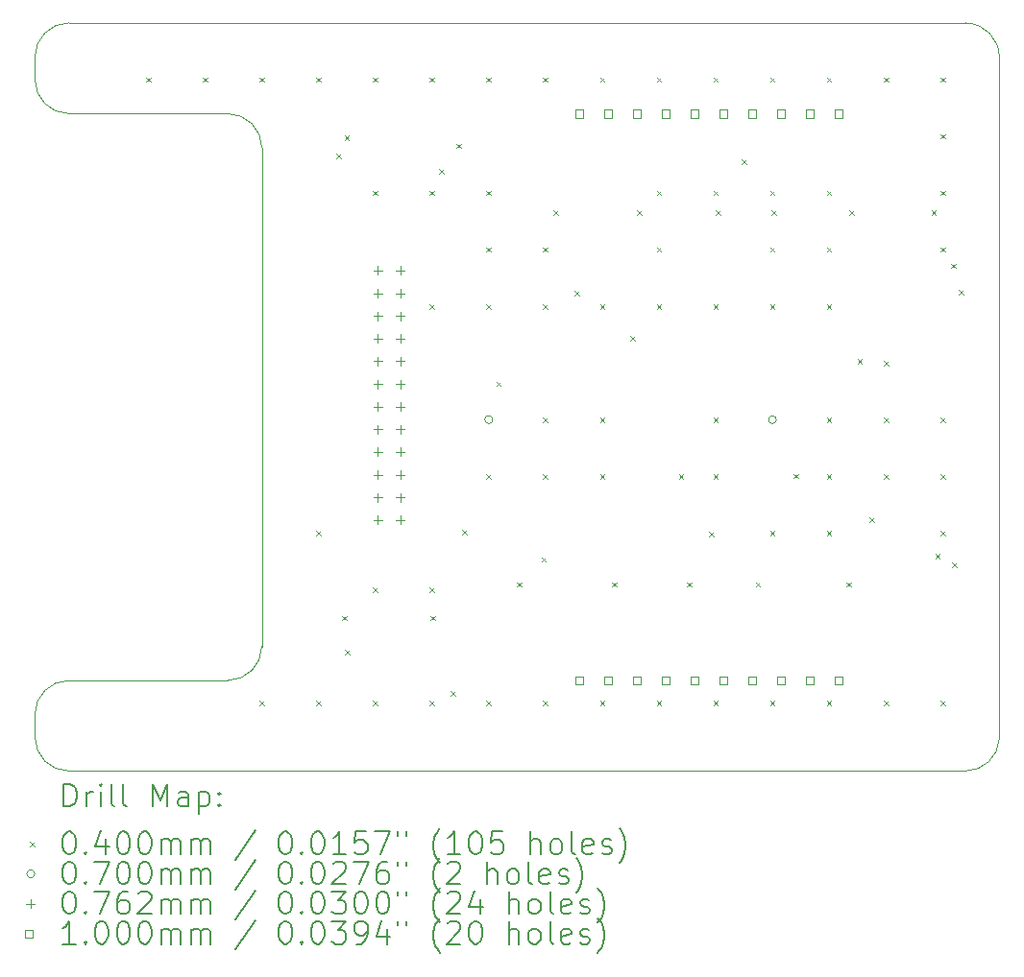
<source format=gbr>
%TF.GenerationSoftware,KiCad,Pcbnew,(6.0.9)*%
%TF.CreationDate,2022-12-06T23:55:57-06:00*%
%TF.ProjectId,BPS-MinionShield,4250532d-4d69-46e6-996f-6e536869656c,rev?*%
%TF.SameCoordinates,Original*%
%TF.FileFunction,Drillmap*%
%TF.FilePolarity,Positive*%
%FSLAX45Y45*%
G04 Gerber Fmt 4.5, Leading zero omitted, Abs format (unit mm)*
G04 Created by KiCad (PCBNEW (6.0.9)) date 2022-12-06 23:55:57*
%MOMM*%
%LPD*%
G01*
G04 APERTURE LIST*
%ADD10C,0.050000*%
%ADD11C,0.200000*%
%ADD12C,0.040000*%
%ADD13C,0.070000*%
%ADD14C,0.076200*%
%ADD15C,0.100000*%
G04 APERTURE END LIST*
D10*
X11700000Y-12800000D02*
G75*
G03*
X12000000Y-12500000I0J300000D01*
G01*
X10300000Y-12800000D02*
X11700000Y-12800000D01*
X10000000Y-7500000D02*
G75*
G03*
X10300000Y-7800000I300000J0D01*
G01*
X10000000Y-13300000D02*
G75*
G03*
X10300000Y-13600000I300000J0D01*
G01*
X12000000Y-8100000D02*
X12000000Y-12500000D01*
X10300000Y-7000000D02*
G75*
G03*
X10000000Y-7300000I0J-300000D01*
G01*
X10000000Y-13300000D02*
X10000000Y-13100000D01*
X10300000Y-7800000D02*
X11700000Y-7800000D01*
X18500003Y-7315000D02*
G75*
G03*
X18200000Y-7000000I-300003J14640D01*
G01*
X18500000Y-7315000D02*
X18500000Y-13315000D01*
X10000000Y-7300000D02*
X10000000Y-7500000D01*
X18200000Y-13600000D02*
X10300000Y-13600000D01*
X10300000Y-7000000D02*
X18200000Y-7000000D01*
X10300000Y-12800000D02*
G75*
G03*
X10000000Y-13100000I0J-300000D01*
G01*
X12000000Y-8100000D02*
G75*
G03*
X11700000Y-7800000I-300000J0D01*
G01*
X18200000Y-13600004D02*
G75*
G03*
X18500000Y-13315000I0J300395D01*
G01*
D11*
D12*
X10980000Y-7480000D02*
X11020000Y-7520000D01*
X11020000Y-7480000D02*
X10980000Y-7520000D01*
X11480000Y-7480000D02*
X11520000Y-7520000D01*
X11520000Y-7480000D02*
X11480000Y-7520000D01*
X11980000Y-7480000D02*
X12020000Y-7520000D01*
X12020000Y-7480000D02*
X11980000Y-7520000D01*
X11980000Y-12980000D02*
X12020000Y-13020000D01*
X12020000Y-12980000D02*
X11980000Y-13020000D01*
X12480000Y-7480000D02*
X12520000Y-7520000D01*
X12520000Y-7480000D02*
X12480000Y-7520000D01*
X12480000Y-11480000D02*
X12520000Y-11520000D01*
X12520000Y-11480000D02*
X12480000Y-11520000D01*
X12480000Y-12980000D02*
X12520000Y-13020000D01*
X12520000Y-12980000D02*
X12480000Y-13020000D01*
X12654000Y-8152000D02*
X12694000Y-8192000D01*
X12694000Y-8152000D02*
X12654000Y-8192000D01*
X12710000Y-12229000D02*
X12750000Y-12269000D01*
X12750000Y-12229000D02*
X12710000Y-12269000D01*
X12729000Y-7991000D02*
X12769000Y-8031000D01*
X12769000Y-7991000D02*
X12729000Y-8031000D01*
X12735000Y-12532000D02*
X12775000Y-12572000D01*
X12775000Y-12532000D02*
X12735000Y-12572000D01*
X12980000Y-7480000D02*
X13020000Y-7520000D01*
X13020000Y-7480000D02*
X12980000Y-7520000D01*
X12980000Y-8480000D02*
X13020000Y-8520000D01*
X13020000Y-8480000D02*
X12980000Y-8520000D01*
X12980000Y-11980000D02*
X13020000Y-12020000D01*
X13020000Y-11980000D02*
X12980000Y-12020000D01*
X12980000Y-12980000D02*
X13020000Y-13020000D01*
X13020000Y-12980000D02*
X12980000Y-13020000D01*
X13480000Y-7480000D02*
X13520000Y-7520000D01*
X13520000Y-7480000D02*
X13480000Y-7520000D01*
X13480000Y-8480000D02*
X13520000Y-8520000D01*
X13520000Y-8480000D02*
X13480000Y-8520000D01*
X13480000Y-9480000D02*
X13520000Y-9520000D01*
X13520000Y-9480000D02*
X13480000Y-9520000D01*
X13480000Y-11980000D02*
X13520000Y-12020000D01*
X13520000Y-11980000D02*
X13480000Y-12020000D01*
X13480000Y-12980000D02*
X13520000Y-13020000D01*
X13520000Y-12980000D02*
X13480000Y-13020000D01*
X13489000Y-12229000D02*
X13529000Y-12269000D01*
X13529000Y-12229000D02*
X13489000Y-12269000D01*
X13563000Y-8289000D02*
X13603000Y-8329000D01*
X13603000Y-8289000D02*
X13563000Y-8329000D01*
X13664500Y-12897500D02*
X13704500Y-12937500D01*
X13704500Y-12897500D02*
X13664500Y-12937500D01*
X13714000Y-8065000D02*
X13754000Y-8105000D01*
X13754000Y-8065000D02*
X13714000Y-8105000D01*
X13767000Y-11474000D02*
X13807000Y-11514000D01*
X13807000Y-11474000D02*
X13767000Y-11514000D01*
X13980000Y-7480000D02*
X14020000Y-7520000D01*
X14020000Y-7480000D02*
X13980000Y-7520000D01*
X13980000Y-8480000D02*
X14020000Y-8520000D01*
X14020000Y-8480000D02*
X13980000Y-8520000D01*
X13980000Y-8980000D02*
X14020000Y-9020000D01*
X14020000Y-8980000D02*
X13980000Y-9020000D01*
X13980000Y-9480000D02*
X14020000Y-9520000D01*
X14020000Y-9480000D02*
X13980000Y-9520000D01*
X13980000Y-10980000D02*
X14020000Y-11020000D01*
X14020000Y-10980000D02*
X13980000Y-11020000D01*
X13980000Y-12980000D02*
X14020000Y-13020000D01*
X14020000Y-12980000D02*
X13980000Y-13020000D01*
X14067000Y-10165000D02*
X14107000Y-10205000D01*
X14107000Y-10165000D02*
X14067000Y-10205000D01*
X14250500Y-11933500D02*
X14290500Y-11973500D01*
X14290500Y-11933500D02*
X14250500Y-11973500D01*
X14465000Y-11714450D02*
X14505000Y-11754450D01*
X14505000Y-11714450D02*
X14465000Y-11754450D01*
X14480000Y-7480000D02*
X14520000Y-7520000D01*
X14520000Y-7480000D02*
X14480000Y-7520000D01*
X14480000Y-8980000D02*
X14520000Y-9020000D01*
X14520000Y-8980000D02*
X14480000Y-9020000D01*
X14480000Y-9480000D02*
X14520000Y-9520000D01*
X14520000Y-9480000D02*
X14480000Y-9520000D01*
X14480000Y-10480000D02*
X14520000Y-10520000D01*
X14520000Y-10480000D02*
X14480000Y-10520000D01*
X14480000Y-10980000D02*
X14520000Y-11020000D01*
X14520000Y-10980000D02*
X14480000Y-11020000D01*
X14480000Y-12980000D02*
X14520000Y-13020000D01*
X14520000Y-12980000D02*
X14480000Y-13020000D01*
X14569000Y-8650000D02*
X14609000Y-8690000D01*
X14609000Y-8650000D02*
X14569000Y-8690000D01*
X14758250Y-9366000D02*
X14798250Y-9406000D01*
X14798250Y-9366000D02*
X14758250Y-9406000D01*
X14980000Y-7480000D02*
X15020000Y-7520000D01*
X15020000Y-7480000D02*
X14980000Y-7520000D01*
X14980000Y-9480000D02*
X15020000Y-9520000D01*
X15020000Y-9480000D02*
X14980000Y-9520000D01*
X14980000Y-10480000D02*
X15020000Y-10520000D01*
X15020000Y-10480000D02*
X14980000Y-10520000D01*
X14980000Y-10980000D02*
X15020000Y-11020000D01*
X15020000Y-10980000D02*
X14980000Y-11020000D01*
X14980000Y-12980000D02*
X15020000Y-13020000D01*
X15020000Y-12980000D02*
X14980000Y-13020000D01*
X15087500Y-11933500D02*
X15127500Y-11973500D01*
X15127500Y-11933500D02*
X15087500Y-11973500D01*
X15250000Y-9765000D02*
X15290000Y-9805000D01*
X15290000Y-9765000D02*
X15250000Y-9805000D01*
X15304000Y-8650000D02*
X15344000Y-8690000D01*
X15344000Y-8650000D02*
X15304000Y-8690000D01*
X15480000Y-7480000D02*
X15520000Y-7520000D01*
X15520000Y-7480000D02*
X15480000Y-7520000D01*
X15480000Y-8480000D02*
X15520000Y-8520000D01*
X15520000Y-8480000D02*
X15480000Y-8520000D01*
X15480000Y-8980000D02*
X15520000Y-9020000D01*
X15520000Y-8980000D02*
X15480000Y-9020000D01*
X15480000Y-9480000D02*
X15520000Y-9520000D01*
X15520000Y-9480000D02*
X15480000Y-9520000D01*
X15480000Y-12980000D02*
X15520000Y-13020000D01*
X15520000Y-12980000D02*
X15480000Y-13020000D01*
X15676000Y-10982000D02*
X15716000Y-11022000D01*
X15716000Y-10982000D02*
X15676000Y-11022000D01*
X15746500Y-11933500D02*
X15786500Y-11973500D01*
X15786500Y-11933500D02*
X15746500Y-11973500D01*
X15939000Y-11490000D02*
X15979000Y-11530000D01*
X15979000Y-11490000D02*
X15939000Y-11530000D01*
X15980000Y-7480000D02*
X16020000Y-7520000D01*
X16020000Y-7480000D02*
X15980000Y-7520000D01*
X15980000Y-8480000D02*
X16020000Y-8520000D01*
X16020000Y-8480000D02*
X15980000Y-8520000D01*
X15980000Y-9480000D02*
X16020000Y-9520000D01*
X16020000Y-9480000D02*
X15980000Y-9520000D01*
X15980000Y-10480000D02*
X16020000Y-10520000D01*
X16020000Y-10480000D02*
X15980000Y-10520000D01*
X15980000Y-10980000D02*
X16020000Y-11020000D01*
X16020000Y-10980000D02*
X15980000Y-11020000D01*
X15980000Y-12980000D02*
X16020000Y-13020000D01*
X16020000Y-12980000D02*
X15980000Y-13020000D01*
X16004000Y-8650000D02*
X16044000Y-8690000D01*
X16044000Y-8650000D02*
X16004000Y-8690000D01*
X16229000Y-8207000D02*
X16269000Y-8247000D01*
X16269000Y-8207000D02*
X16229000Y-8247000D01*
X16352500Y-11933500D02*
X16392500Y-11973500D01*
X16392500Y-11933500D02*
X16352500Y-11973500D01*
X16480000Y-7480000D02*
X16520000Y-7520000D01*
X16520000Y-7480000D02*
X16480000Y-7520000D01*
X16480000Y-8480000D02*
X16520000Y-8520000D01*
X16520000Y-8480000D02*
X16480000Y-8520000D01*
X16480000Y-8980000D02*
X16520000Y-9020000D01*
X16520000Y-8980000D02*
X16480000Y-9020000D01*
X16480000Y-9480000D02*
X16520000Y-9520000D01*
X16520000Y-9480000D02*
X16480000Y-9520000D01*
X16480000Y-11480000D02*
X16520000Y-11520000D01*
X16520000Y-11480000D02*
X16480000Y-11520000D01*
X16480000Y-12980000D02*
X16520000Y-13020000D01*
X16520000Y-12980000D02*
X16480000Y-13020000D01*
X16491000Y-8650000D02*
X16531000Y-8690000D01*
X16531000Y-8650000D02*
X16491000Y-8690000D01*
X16685000Y-10976000D02*
X16725000Y-11016000D01*
X16725000Y-10976000D02*
X16685000Y-11016000D01*
X16980000Y-7480000D02*
X17020000Y-7520000D01*
X17020000Y-7480000D02*
X16980000Y-7520000D01*
X16980000Y-8480000D02*
X17020000Y-8520000D01*
X17020000Y-8480000D02*
X16980000Y-8520000D01*
X16980000Y-8980000D02*
X17020000Y-9020000D01*
X17020000Y-8980000D02*
X16980000Y-9020000D01*
X16980000Y-9480000D02*
X17020000Y-9520000D01*
X17020000Y-9480000D02*
X16980000Y-9520000D01*
X16980000Y-10480000D02*
X17020000Y-10520000D01*
X17020000Y-10480000D02*
X16980000Y-10520000D01*
X16980000Y-10980000D02*
X17020000Y-11020000D01*
X17020000Y-10980000D02*
X16980000Y-11020000D01*
X16980000Y-11480000D02*
X17020000Y-11520000D01*
X17020000Y-11480000D02*
X16980000Y-11520000D01*
X16980000Y-12980000D02*
X17020000Y-13020000D01*
X17020000Y-12980000D02*
X16980000Y-13020000D01*
X17154500Y-11933500D02*
X17194500Y-11973500D01*
X17194500Y-11933500D02*
X17154500Y-11973500D01*
X17175000Y-8650000D02*
X17215000Y-8690000D01*
X17215000Y-8650000D02*
X17175000Y-8690000D01*
X17249000Y-9965000D02*
X17289000Y-10005000D01*
X17289000Y-9965000D02*
X17249000Y-10005000D01*
X17352750Y-11365000D02*
X17392750Y-11405000D01*
X17392750Y-11365000D02*
X17352750Y-11405000D01*
X17480000Y-7480000D02*
X17520000Y-7520000D01*
X17520000Y-7480000D02*
X17480000Y-7520000D01*
X17480000Y-9980000D02*
X17520000Y-10020000D01*
X17520000Y-9980000D02*
X17480000Y-10020000D01*
X17480000Y-10480000D02*
X17520000Y-10520000D01*
X17520000Y-10480000D02*
X17480000Y-10520000D01*
X17480000Y-10980000D02*
X17520000Y-11020000D01*
X17520000Y-10980000D02*
X17480000Y-11020000D01*
X17480000Y-12980000D02*
X17520000Y-13020000D01*
X17520000Y-12980000D02*
X17480000Y-13020000D01*
X17901000Y-8650000D02*
X17941000Y-8690000D01*
X17941000Y-8650000D02*
X17901000Y-8690000D01*
X17936000Y-11687000D02*
X17976000Y-11727000D01*
X17976000Y-11687000D02*
X17936000Y-11727000D01*
X17980000Y-7480000D02*
X18020000Y-7520000D01*
X18020000Y-7480000D02*
X17980000Y-7520000D01*
X17980000Y-7980000D02*
X18020000Y-8020000D01*
X18020000Y-7980000D02*
X17980000Y-8020000D01*
X17980000Y-8480000D02*
X18020000Y-8520000D01*
X18020000Y-8480000D02*
X17980000Y-8520000D01*
X17980000Y-8980000D02*
X18020000Y-9020000D01*
X18020000Y-8980000D02*
X17980000Y-9020000D01*
X17980000Y-10480000D02*
X18020000Y-10520000D01*
X18020000Y-10480000D02*
X17980000Y-10520000D01*
X17980000Y-10980000D02*
X18020000Y-11020000D01*
X18020000Y-10980000D02*
X17980000Y-11020000D01*
X17980000Y-11480000D02*
X18020000Y-11520000D01*
X18020000Y-11480000D02*
X17980000Y-11520000D01*
X17980000Y-12980000D02*
X18020000Y-13020000D01*
X18020000Y-12980000D02*
X17980000Y-13020000D01*
X18072750Y-9122250D02*
X18112750Y-9162250D01*
X18112750Y-9122250D02*
X18072750Y-9162250D01*
X18081500Y-11761500D02*
X18121500Y-11801500D01*
X18121500Y-11761500D02*
X18081500Y-11801500D01*
X18145250Y-9355750D02*
X18185250Y-9395750D01*
X18185250Y-9355750D02*
X18145250Y-9395750D01*
D13*
X14035000Y-10500000D02*
G75*
G03*
X14035000Y-10500000I-35000J0D01*
G01*
X16535000Y-10500000D02*
G75*
G03*
X16535000Y-10500000I-35000J0D01*
G01*
D14*
X13021000Y-9146900D02*
X13021000Y-9223100D01*
X12982900Y-9185000D02*
X13059100Y-9185000D01*
X13021000Y-9346900D02*
X13021000Y-9423100D01*
X12982900Y-9385000D02*
X13059100Y-9385000D01*
X13021000Y-9546900D02*
X13021000Y-9623100D01*
X12982900Y-9585000D02*
X13059100Y-9585000D01*
X13021000Y-9746900D02*
X13021000Y-9823100D01*
X12982900Y-9785000D02*
X13059100Y-9785000D01*
X13021000Y-9946900D02*
X13021000Y-10023100D01*
X12982900Y-9985000D02*
X13059100Y-9985000D01*
X13021000Y-10146900D02*
X13021000Y-10223100D01*
X12982900Y-10185000D02*
X13059100Y-10185000D01*
X13021000Y-10346900D02*
X13021000Y-10423100D01*
X12982900Y-10385000D02*
X13059100Y-10385000D01*
X13021000Y-10546900D02*
X13021000Y-10623100D01*
X12982900Y-10585000D02*
X13059100Y-10585000D01*
X13021000Y-10746900D02*
X13021000Y-10823100D01*
X12982900Y-10785000D02*
X13059100Y-10785000D01*
X13021000Y-10946900D02*
X13021000Y-11023100D01*
X12982900Y-10985000D02*
X13059100Y-10985000D01*
X13021000Y-11146900D02*
X13021000Y-11223100D01*
X12982900Y-11185000D02*
X13059100Y-11185000D01*
X13021000Y-11346900D02*
X13021000Y-11423100D01*
X12982900Y-11385000D02*
X13059100Y-11385000D01*
X13221000Y-9146900D02*
X13221000Y-9223100D01*
X13182900Y-9185000D02*
X13259100Y-9185000D01*
X13221000Y-9346900D02*
X13221000Y-9423100D01*
X13182900Y-9385000D02*
X13259100Y-9385000D01*
X13221000Y-9546900D02*
X13221000Y-9623100D01*
X13182900Y-9585000D02*
X13259100Y-9585000D01*
X13221000Y-9746900D02*
X13221000Y-9823100D01*
X13182900Y-9785000D02*
X13259100Y-9785000D01*
X13221000Y-9946900D02*
X13221000Y-10023100D01*
X13182900Y-9985000D02*
X13259100Y-9985000D01*
X13221000Y-10146900D02*
X13221000Y-10223100D01*
X13182900Y-10185000D02*
X13259100Y-10185000D01*
X13221000Y-10346900D02*
X13221000Y-10423100D01*
X13182900Y-10385000D02*
X13259100Y-10385000D01*
X13221000Y-10546900D02*
X13221000Y-10623100D01*
X13182900Y-10585000D02*
X13259100Y-10585000D01*
X13221000Y-10746900D02*
X13221000Y-10823100D01*
X13182900Y-10785000D02*
X13259100Y-10785000D01*
X13221000Y-10946900D02*
X13221000Y-11023100D01*
X13182900Y-10985000D02*
X13259100Y-10985000D01*
X13221000Y-11146900D02*
X13221000Y-11223100D01*
X13182900Y-11185000D02*
X13259100Y-11185000D01*
X13221000Y-11346900D02*
X13221000Y-11423100D01*
X13182900Y-11385000D02*
X13259100Y-11385000D01*
D15*
X14832356Y-12835356D02*
X14832356Y-12764644D01*
X14761644Y-12764644D01*
X14761644Y-12835356D01*
X14832356Y-12835356D01*
X14835356Y-7835356D02*
X14835356Y-7764644D01*
X14764644Y-7764644D01*
X14764644Y-7835356D01*
X14835356Y-7835356D01*
X15086356Y-12835356D02*
X15086356Y-12764644D01*
X15015644Y-12764644D01*
X15015644Y-12835356D01*
X15086356Y-12835356D01*
X15089356Y-7835356D02*
X15089356Y-7764644D01*
X15018644Y-7764644D01*
X15018644Y-7835356D01*
X15089356Y-7835356D01*
X15340356Y-12835356D02*
X15340356Y-12764644D01*
X15269644Y-12764644D01*
X15269644Y-12835356D01*
X15340356Y-12835356D01*
X15343356Y-7835356D02*
X15343356Y-7764644D01*
X15272644Y-7764644D01*
X15272644Y-7835356D01*
X15343356Y-7835356D01*
X15594356Y-12835356D02*
X15594356Y-12764644D01*
X15523644Y-12764644D01*
X15523644Y-12835356D01*
X15594356Y-12835356D01*
X15597356Y-7835356D02*
X15597356Y-7764644D01*
X15526644Y-7764644D01*
X15526644Y-7835356D01*
X15597356Y-7835356D01*
X15848356Y-12835356D02*
X15848356Y-12764644D01*
X15777644Y-12764644D01*
X15777644Y-12835356D01*
X15848356Y-12835356D01*
X15851356Y-7835356D02*
X15851356Y-7764644D01*
X15780644Y-7764644D01*
X15780644Y-7835356D01*
X15851356Y-7835356D01*
X16102356Y-12835356D02*
X16102356Y-12764644D01*
X16031644Y-12764644D01*
X16031644Y-12835356D01*
X16102356Y-12835356D01*
X16105356Y-7835356D02*
X16105356Y-7764644D01*
X16034644Y-7764644D01*
X16034644Y-7835356D01*
X16105356Y-7835356D01*
X16356356Y-12835356D02*
X16356356Y-12764644D01*
X16285644Y-12764644D01*
X16285644Y-12835356D01*
X16356356Y-12835356D01*
X16359356Y-7835356D02*
X16359356Y-7764644D01*
X16288644Y-7764644D01*
X16288644Y-7835356D01*
X16359356Y-7835356D01*
X16610356Y-12835356D02*
X16610356Y-12764644D01*
X16539644Y-12764644D01*
X16539644Y-12835356D01*
X16610356Y-12835356D01*
X16613356Y-7835356D02*
X16613356Y-7764644D01*
X16542644Y-7764644D01*
X16542644Y-7835356D01*
X16613356Y-7835356D01*
X16864356Y-12835356D02*
X16864356Y-12764644D01*
X16793644Y-12764644D01*
X16793644Y-12835356D01*
X16864356Y-12835356D01*
X16867356Y-7835356D02*
X16867356Y-7764644D01*
X16796644Y-7764644D01*
X16796644Y-7835356D01*
X16867356Y-7835356D01*
X17118356Y-12835356D02*
X17118356Y-12764644D01*
X17047644Y-12764644D01*
X17047644Y-12835356D01*
X17118356Y-12835356D01*
X17121356Y-7835356D02*
X17121356Y-7764644D01*
X17050644Y-7764644D01*
X17050644Y-7835356D01*
X17121356Y-7835356D01*
D11*
X10255119Y-13912976D02*
X10255119Y-13712976D01*
X10302738Y-13712976D01*
X10331310Y-13722500D01*
X10350357Y-13741548D01*
X10359881Y-13760595D01*
X10369405Y-13798690D01*
X10369405Y-13827262D01*
X10359881Y-13865357D01*
X10350357Y-13884405D01*
X10331310Y-13903452D01*
X10302738Y-13912976D01*
X10255119Y-13912976D01*
X10455119Y-13912976D02*
X10455119Y-13779643D01*
X10455119Y-13817738D02*
X10464643Y-13798690D01*
X10474167Y-13789167D01*
X10493214Y-13779643D01*
X10512262Y-13779643D01*
X10578929Y-13912976D02*
X10578929Y-13779643D01*
X10578929Y-13712976D02*
X10569405Y-13722500D01*
X10578929Y-13732024D01*
X10588452Y-13722500D01*
X10578929Y-13712976D01*
X10578929Y-13732024D01*
X10702738Y-13912976D02*
X10683690Y-13903452D01*
X10674167Y-13884405D01*
X10674167Y-13712976D01*
X10807500Y-13912976D02*
X10788452Y-13903452D01*
X10778929Y-13884405D01*
X10778929Y-13712976D01*
X11036071Y-13912976D02*
X11036071Y-13712976D01*
X11102738Y-13855833D01*
X11169405Y-13712976D01*
X11169405Y-13912976D01*
X11350357Y-13912976D02*
X11350357Y-13808214D01*
X11340833Y-13789167D01*
X11321786Y-13779643D01*
X11283690Y-13779643D01*
X11264643Y-13789167D01*
X11350357Y-13903452D02*
X11331309Y-13912976D01*
X11283690Y-13912976D01*
X11264643Y-13903452D01*
X11255119Y-13884405D01*
X11255119Y-13865357D01*
X11264643Y-13846309D01*
X11283690Y-13836786D01*
X11331309Y-13836786D01*
X11350357Y-13827262D01*
X11445595Y-13779643D02*
X11445595Y-13979643D01*
X11445595Y-13789167D02*
X11464643Y-13779643D01*
X11502738Y-13779643D01*
X11521786Y-13789167D01*
X11531309Y-13798690D01*
X11540833Y-13817738D01*
X11540833Y-13874881D01*
X11531309Y-13893928D01*
X11521786Y-13903452D01*
X11502738Y-13912976D01*
X11464643Y-13912976D01*
X11445595Y-13903452D01*
X11626548Y-13893928D02*
X11636071Y-13903452D01*
X11626548Y-13912976D01*
X11617024Y-13903452D01*
X11626548Y-13893928D01*
X11626548Y-13912976D01*
X11626548Y-13789167D02*
X11636071Y-13798690D01*
X11626548Y-13808214D01*
X11617024Y-13798690D01*
X11626548Y-13789167D01*
X11626548Y-13808214D01*
D12*
X9957500Y-14222500D02*
X9997500Y-14262500D01*
X9997500Y-14222500D02*
X9957500Y-14262500D01*
D11*
X10293214Y-14132976D02*
X10312262Y-14132976D01*
X10331310Y-14142500D01*
X10340833Y-14152024D01*
X10350357Y-14171071D01*
X10359881Y-14209167D01*
X10359881Y-14256786D01*
X10350357Y-14294881D01*
X10340833Y-14313928D01*
X10331310Y-14323452D01*
X10312262Y-14332976D01*
X10293214Y-14332976D01*
X10274167Y-14323452D01*
X10264643Y-14313928D01*
X10255119Y-14294881D01*
X10245595Y-14256786D01*
X10245595Y-14209167D01*
X10255119Y-14171071D01*
X10264643Y-14152024D01*
X10274167Y-14142500D01*
X10293214Y-14132976D01*
X10445595Y-14313928D02*
X10455119Y-14323452D01*
X10445595Y-14332976D01*
X10436071Y-14323452D01*
X10445595Y-14313928D01*
X10445595Y-14332976D01*
X10626548Y-14199643D02*
X10626548Y-14332976D01*
X10578929Y-14123452D02*
X10531310Y-14266309D01*
X10655119Y-14266309D01*
X10769405Y-14132976D02*
X10788452Y-14132976D01*
X10807500Y-14142500D01*
X10817024Y-14152024D01*
X10826548Y-14171071D01*
X10836071Y-14209167D01*
X10836071Y-14256786D01*
X10826548Y-14294881D01*
X10817024Y-14313928D01*
X10807500Y-14323452D01*
X10788452Y-14332976D01*
X10769405Y-14332976D01*
X10750357Y-14323452D01*
X10740833Y-14313928D01*
X10731310Y-14294881D01*
X10721786Y-14256786D01*
X10721786Y-14209167D01*
X10731310Y-14171071D01*
X10740833Y-14152024D01*
X10750357Y-14142500D01*
X10769405Y-14132976D01*
X10959881Y-14132976D02*
X10978929Y-14132976D01*
X10997976Y-14142500D01*
X11007500Y-14152024D01*
X11017024Y-14171071D01*
X11026548Y-14209167D01*
X11026548Y-14256786D01*
X11017024Y-14294881D01*
X11007500Y-14313928D01*
X10997976Y-14323452D01*
X10978929Y-14332976D01*
X10959881Y-14332976D01*
X10940833Y-14323452D01*
X10931310Y-14313928D01*
X10921786Y-14294881D01*
X10912262Y-14256786D01*
X10912262Y-14209167D01*
X10921786Y-14171071D01*
X10931310Y-14152024D01*
X10940833Y-14142500D01*
X10959881Y-14132976D01*
X11112262Y-14332976D02*
X11112262Y-14199643D01*
X11112262Y-14218690D02*
X11121786Y-14209167D01*
X11140833Y-14199643D01*
X11169405Y-14199643D01*
X11188452Y-14209167D01*
X11197976Y-14228214D01*
X11197976Y-14332976D01*
X11197976Y-14228214D02*
X11207500Y-14209167D01*
X11226548Y-14199643D01*
X11255119Y-14199643D01*
X11274167Y-14209167D01*
X11283690Y-14228214D01*
X11283690Y-14332976D01*
X11378928Y-14332976D02*
X11378928Y-14199643D01*
X11378928Y-14218690D02*
X11388452Y-14209167D01*
X11407500Y-14199643D01*
X11436071Y-14199643D01*
X11455119Y-14209167D01*
X11464643Y-14228214D01*
X11464643Y-14332976D01*
X11464643Y-14228214D02*
X11474167Y-14209167D01*
X11493214Y-14199643D01*
X11521786Y-14199643D01*
X11540833Y-14209167D01*
X11550357Y-14228214D01*
X11550357Y-14332976D01*
X11940833Y-14123452D02*
X11769405Y-14380595D01*
X12197976Y-14132976D02*
X12217024Y-14132976D01*
X12236071Y-14142500D01*
X12245595Y-14152024D01*
X12255119Y-14171071D01*
X12264643Y-14209167D01*
X12264643Y-14256786D01*
X12255119Y-14294881D01*
X12245595Y-14313928D01*
X12236071Y-14323452D01*
X12217024Y-14332976D01*
X12197976Y-14332976D01*
X12178928Y-14323452D01*
X12169405Y-14313928D01*
X12159881Y-14294881D01*
X12150357Y-14256786D01*
X12150357Y-14209167D01*
X12159881Y-14171071D01*
X12169405Y-14152024D01*
X12178928Y-14142500D01*
X12197976Y-14132976D01*
X12350357Y-14313928D02*
X12359881Y-14323452D01*
X12350357Y-14332976D01*
X12340833Y-14323452D01*
X12350357Y-14313928D01*
X12350357Y-14332976D01*
X12483690Y-14132976D02*
X12502738Y-14132976D01*
X12521786Y-14142500D01*
X12531309Y-14152024D01*
X12540833Y-14171071D01*
X12550357Y-14209167D01*
X12550357Y-14256786D01*
X12540833Y-14294881D01*
X12531309Y-14313928D01*
X12521786Y-14323452D01*
X12502738Y-14332976D01*
X12483690Y-14332976D01*
X12464643Y-14323452D01*
X12455119Y-14313928D01*
X12445595Y-14294881D01*
X12436071Y-14256786D01*
X12436071Y-14209167D01*
X12445595Y-14171071D01*
X12455119Y-14152024D01*
X12464643Y-14142500D01*
X12483690Y-14132976D01*
X12740833Y-14332976D02*
X12626548Y-14332976D01*
X12683690Y-14332976D02*
X12683690Y-14132976D01*
X12664643Y-14161548D01*
X12645595Y-14180595D01*
X12626548Y-14190119D01*
X12921786Y-14132976D02*
X12826548Y-14132976D01*
X12817024Y-14228214D01*
X12826548Y-14218690D01*
X12845595Y-14209167D01*
X12893214Y-14209167D01*
X12912262Y-14218690D01*
X12921786Y-14228214D01*
X12931309Y-14247262D01*
X12931309Y-14294881D01*
X12921786Y-14313928D01*
X12912262Y-14323452D01*
X12893214Y-14332976D01*
X12845595Y-14332976D01*
X12826548Y-14323452D01*
X12817024Y-14313928D01*
X12997976Y-14132976D02*
X13131309Y-14132976D01*
X13045595Y-14332976D01*
X13197976Y-14132976D02*
X13197976Y-14171071D01*
X13274167Y-14132976D02*
X13274167Y-14171071D01*
X13569405Y-14409167D02*
X13559881Y-14399643D01*
X13540833Y-14371071D01*
X13531309Y-14352024D01*
X13521786Y-14323452D01*
X13512262Y-14275833D01*
X13512262Y-14237738D01*
X13521786Y-14190119D01*
X13531309Y-14161548D01*
X13540833Y-14142500D01*
X13559881Y-14113928D01*
X13569405Y-14104405D01*
X13750357Y-14332976D02*
X13636071Y-14332976D01*
X13693214Y-14332976D02*
X13693214Y-14132976D01*
X13674167Y-14161548D01*
X13655119Y-14180595D01*
X13636071Y-14190119D01*
X13874167Y-14132976D02*
X13893214Y-14132976D01*
X13912262Y-14142500D01*
X13921786Y-14152024D01*
X13931309Y-14171071D01*
X13940833Y-14209167D01*
X13940833Y-14256786D01*
X13931309Y-14294881D01*
X13921786Y-14313928D01*
X13912262Y-14323452D01*
X13893214Y-14332976D01*
X13874167Y-14332976D01*
X13855119Y-14323452D01*
X13845595Y-14313928D01*
X13836071Y-14294881D01*
X13826548Y-14256786D01*
X13826548Y-14209167D01*
X13836071Y-14171071D01*
X13845595Y-14152024D01*
X13855119Y-14142500D01*
X13874167Y-14132976D01*
X14121786Y-14132976D02*
X14026548Y-14132976D01*
X14017024Y-14228214D01*
X14026548Y-14218690D01*
X14045595Y-14209167D01*
X14093214Y-14209167D01*
X14112262Y-14218690D01*
X14121786Y-14228214D01*
X14131309Y-14247262D01*
X14131309Y-14294881D01*
X14121786Y-14313928D01*
X14112262Y-14323452D01*
X14093214Y-14332976D01*
X14045595Y-14332976D01*
X14026548Y-14323452D01*
X14017024Y-14313928D01*
X14369405Y-14332976D02*
X14369405Y-14132976D01*
X14455119Y-14332976D02*
X14455119Y-14228214D01*
X14445595Y-14209167D01*
X14426548Y-14199643D01*
X14397976Y-14199643D01*
X14378928Y-14209167D01*
X14369405Y-14218690D01*
X14578928Y-14332976D02*
X14559881Y-14323452D01*
X14550357Y-14313928D01*
X14540833Y-14294881D01*
X14540833Y-14237738D01*
X14550357Y-14218690D01*
X14559881Y-14209167D01*
X14578928Y-14199643D01*
X14607500Y-14199643D01*
X14626548Y-14209167D01*
X14636071Y-14218690D01*
X14645595Y-14237738D01*
X14645595Y-14294881D01*
X14636071Y-14313928D01*
X14626548Y-14323452D01*
X14607500Y-14332976D01*
X14578928Y-14332976D01*
X14759881Y-14332976D02*
X14740833Y-14323452D01*
X14731309Y-14304405D01*
X14731309Y-14132976D01*
X14912262Y-14323452D02*
X14893214Y-14332976D01*
X14855119Y-14332976D01*
X14836071Y-14323452D01*
X14826548Y-14304405D01*
X14826548Y-14228214D01*
X14836071Y-14209167D01*
X14855119Y-14199643D01*
X14893214Y-14199643D01*
X14912262Y-14209167D01*
X14921786Y-14228214D01*
X14921786Y-14247262D01*
X14826548Y-14266309D01*
X14997976Y-14323452D02*
X15017024Y-14332976D01*
X15055119Y-14332976D01*
X15074167Y-14323452D01*
X15083690Y-14304405D01*
X15083690Y-14294881D01*
X15074167Y-14275833D01*
X15055119Y-14266309D01*
X15026548Y-14266309D01*
X15007500Y-14256786D01*
X14997976Y-14237738D01*
X14997976Y-14228214D01*
X15007500Y-14209167D01*
X15026548Y-14199643D01*
X15055119Y-14199643D01*
X15074167Y-14209167D01*
X15150357Y-14409167D02*
X15159881Y-14399643D01*
X15178928Y-14371071D01*
X15188452Y-14352024D01*
X15197976Y-14323452D01*
X15207500Y-14275833D01*
X15207500Y-14237738D01*
X15197976Y-14190119D01*
X15188452Y-14161548D01*
X15178928Y-14142500D01*
X15159881Y-14113928D01*
X15150357Y-14104405D01*
D13*
X9997500Y-14506500D02*
G75*
G03*
X9997500Y-14506500I-35000J0D01*
G01*
D11*
X10293214Y-14396976D02*
X10312262Y-14396976D01*
X10331310Y-14406500D01*
X10340833Y-14416024D01*
X10350357Y-14435071D01*
X10359881Y-14473167D01*
X10359881Y-14520786D01*
X10350357Y-14558881D01*
X10340833Y-14577928D01*
X10331310Y-14587452D01*
X10312262Y-14596976D01*
X10293214Y-14596976D01*
X10274167Y-14587452D01*
X10264643Y-14577928D01*
X10255119Y-14558881D01*
X10245595Y-14520786D01*
X10245595Y-14473167D01*
X10255119Y-14435071D01*
X10264643Y-14416024D01*
X10274167Y-14406500D01*
X10293214Y-14396976D01*
X10445595Y-14577928D02*
X10455119Y-14587452D01*
X10445595Y-14596976D01*
X10436071Y-14587452D01*
X10445595Y-14577928D01*
X10445595Y-14596976D01*
X10521786Y-14396976D02*
X10655119Y-14396976D01*
X10569405Y-14596976D01*
X10769405Y-14396976D02*
X10788452Y-14396976D01*
X10807500Y-14406500D01*
X10817024Y-14416024D01*
X10826548Y-14435071D01*
X10836071Y-14473167D01*
X10836071Y-14520786D01*
X10826548Y-14558881D01*
X10817024Y-14577928D01*
X10807500Y-14587452D01*
X10788452Y-14596976D01*
X10769405Y-14596976D01*
X10750357Y-14587452D01*
X10740833Y-14577928D01*
X10731310Y-14558881D01*
X10721786Y-14520786D01*
X10721786Y-14473167D01*
X10731310Y-14435071D01*
X10740833Y-14416024D01*
X10750357Y-14406500D01*
X10769405Y-14396976D01*
X10959881Y-14396976D02*
X10978929Y-14396976D01*
X10997976Y-14406500D01*
X11007500Y-14416024D01*
X11017024Y-14435071D01*
X11026548Y-14473167D01*
X11026548Y-14520786D01*
X11017024Y-14558881D01*
X11007500Y-14577928D01*
X10997976Y-14587452D01*
X10978929Y-14596976D01*
X10959881Y-14596976D01*
X10940833Y-14587452D01*
X10931310Y-14577928D01*
X10921786Y-14558881D01*
X10912262Y-14520786D01*
X10912262Y-14473167D01*
X10921786Y-14435071D01*
X10931310Y-14416024D01*
X10940833Y-14406500D01*
X10959881Y-14396976D01*
X11112262Y-14596976D02*
X11112262Y-14463643D01*
X11112262Y-14482690D02*
X11121786Y-14473167D01*
X11140833Y-14463643D01*
X11169405Y-14463643D01*
X11188452Y-14473167D01*
X11197976Y-14492214D01*
X11197976Y-14596976D01*
X11197976Y-14492214D02*
X11207500Y-14473167D01*
X11226548Y-14463643D01*
X11255119Y-14463643D01*
X11274167Y-14473167D01*
X11283690Y-14492214D01*
X11283690Y-14596976D01*
X11378928Y-14596976D02*
X11378928Y-14463643D01*
X11378928Y-14482690D02*
X11388452Y-14473167D01*
X11407500Y-14463643D01*
X11436071Y-14463643D01*
X11455119Y-14473167D01*
X11464643Y-14492214D01*
X11464643Y-14596976D01*
X11464643Y-14492214D02*
X11474167Y-14473167D01*
X11493214Y-14463643D01*
X11521786Y-14463643D01*
X11540833Y-14473167D01*
X11550357Y-14492214D01*
X11550357Y-14596976D01*
X11940833Y-14387452D02*
X11769405Y-14644595D01*
X12197976Y-14396976D02*
X12217024Y-14396976D01*
X12236071Y-14406500D01*
X12245595Y-14416024D01*
X12255119Y-14435071D01*
X12264643Y-14473167D01*
X12264643Y-14520786D01*
X12255119Y-14558881D01*
X12245595Y-14577928D01*
X12236071Y-14587452D01*
X12217024Y-14596976D01*
X12197976Y-14596976D01*
X12178928Y-14587452D01*
X12169405Y-14577928D01*
X12159881Y-14558881D01*
X12150357Y-14520786D01*
X12150357Y-14473167D01*
X12159881Y-14435071D01*
X12169405Y-14416024D01*
X12178928Y-14406500D01*
X12197976Y-14396976D01*
X12350357Y-14577928D02*
X12359881Y-14587452D01*
X12350357Y-14596976D01*
X12340833Y-14587452D01*
X12350357Y-14577928D01*
X12350357Y-14596976D01*
X12483690Y-14396976D02*
X12502738Y-14396976D01*
X12521786Y-14406500D01*
X12531309Y-14416024D01*
X12540833Y-14435071D01*
X12550357Y-14473167D01*
X12550357Y-14520786D01*
X12540833Y-14558881D01*
X12531309Y-14577928D01*
X12521786Y-14587452D01*
X12502738Y-14596976D01*
X12483690Y-14596976D01*
X12464643Y-14587452D01*
X12455119Y-14577928D01*
X12445595Y-14558881D01*
X12436071Y-14520786D01*
X12436071Y-14473167D01*
X12445595Y-14435071D01*
X12455119Y-14416024D01*
X12464643Y-14406500D01*
X12483690Y-14396976D01*
X12626548Y-14416024D02*
X12636071Y-14406500D01*
X12655119Y-14396976D01*
X12702738Y-14396976D01*
X12721786Y-14406500D01*
X12731309Y-14416024D01*
X12740833Y-14435071D01*
X12740833Y-14454119D01*
X12731309Y-14482690D01*
X12617024Y-14596976D01*
X12740833Y-14596976D01*
X12807500Y-14396976D02*
X12940833Y-14396976D01*
X12855119Y-14596976D01*
X13102738Y-14396976D02*
X13064643Y-14396976D01*
X13045595Y-14406500D01*
X13036071Y-14416024D01*
X13017024Y-14444595D01*
X13007500Y-14482690D01*
X13007500Y-14558881D01*
X13017024Y-14577928D01*
X13026548Y-14587452D01*
X13045595Y-14596976D01*
X13083690Y-14596976D01*
X13102738Y-14587452D01*
X13112262Y-14577928D01*
X13121786Y-14558881D01*
X13121786Y-14511262D01*
X13112262Y-14492214D01*
X13102738Y-14482690D01*
X13083690Y-14473167D01*
X13045595Y-14473167D01*
X13026548Y-14482690D01*
X13017024Y-14492214D01*
X13007500Y-14511262D01*
X13197976Y-14396976D02*
X13197976Y-14435071D01*
X13274167Y-14396976D02*
X13274167Y-14435071D01*
X13569405Y-14673167D02*
X13559881Y-14663643D01*
X13540833Y-14635071D01*
X13531309Y-14616024D01*
X13521786Y-14587452D01*
X13512262Y-14539833D01*
X13512262Y-14501738D01*
X13521786Y-14454119D01*
X13531309Y-14425548D01*
X13540833Y-14406500D01*
X13559881Y-14377928D01*
X13569405Y-14368405D01*
X13636071Y-14416024D02*
X13645595Y-14406500D01*
X13664643Y-14396976D01*
X13712262Y-14396976D01*
X13731309Y-14406500D01*
X13740833Y-14416024D01*
X13750357Y-14435071D01*
X13750357Y-14454119D01*
X13740833Y-14482690D01*
X13626548Y-14596976D01*
X13750357Y-14596976D01*
X13988452Y-14596976D02*
X13988452Y-14396976D01*
X14074167Y-14596976D02*
X14074167Y-14492214D01*
X14064643Y-14473167D01*
X14045595Y-14463643D01*
X14017024Y-14463643D01*
X13997976Y-14473167D01*
X13988452Y-14482690D01*
X14197976Y-14596976D02*
X14178928Y-14587452D01*
X14169405Y-14577928D01*
X14159881Y-14558881D01*
X14159881Y-14501738D01*
X14169405Y-14482690D01*
X14178928Y-14473167D01*
X14197976Y-14463643D01*
X14226548Y-14463643D01*
X14245595Y-14473167D01*
X14255119Y-14482690D01*
X14264643Y-14501738D01*
X14264643Y-14558881D01*
X14255119Y-14577928D01*
X14245595Y-14587452D01*
X14226548Y-14596976D01*
X14197976Y-14596976D01*
X14378928Y-14596976D02*
X14359881Y-14587452D01*
X14350357Y-14568405D01*
X14350357Y-14396976D01*
X14531309Y-14587452D02*
X14512262Y-14596976D01*
X14474167Y-14596976D01*
X14455119Y-14587452D01*
X14445595Y-14568405D01*
X14445595Y-14492214D01*
X14455119Y-14473167D01*
X14474167Y-14463643D01*
X14512262Y-14463643D01*
X14531309Y-14473167D01*
X14540833Y-14492214D01*
X14540833Y-14511262D01*
X14445595Y-14530309D01*
X14617024Y-14587452D02*
X14636071Y-14596976D01*
X14674167Y-14596976D01*
X14693214Y-14587452D01*
X14702738Y-14568405D01*
X14702738Y-14558881D01*
X14693214Y-14539833D01*
X14674167Y-14530309D01*
X14645595Y-14530309D01*
X14626548Y-14520786D01*
X14617024Y-14501738D01*
X14617024Y-14492214D01*
X14626548Y-14473167D01*
X14645595Y-14463643D01*
X14674167Y-14463643D01*
X14693214Y-14473167D01*
X14769405Y-14673167D02*
X14778928Y-14663643D01*
X14797976Y-14635071D01*
X14807500Y-14616024D01*
X14817024Y-14587452D01*
X14826548Y-14539833D01*
X14826548Y-14501738D01*
X14817024Y-14454119D01*
X14807500Y-14425548D01*
X14797976Y-14406500D01*
X14778928Y-14377928D01*
X14769405Y-14368405D01*
D14*
X9959400Y-14732400D02*
X9959400Y-14808600D01*
X9921300Y-14770500D02*
X9997500Y-14770500D01*
D11*
X10293214Y-14660976D02*
X10312262Y-14660976D01*
X10331310Y-14670500D01*
X10340833Y-14680024D01*
X10350357Y-14699071D01*
X10359881Y-14737167D01*
X10359881Y-14784786D01*
X10350357Y-14822881D01*
X10340833Y-14841928D01*
X10331310Y-14851452D01*
X10312262Y-14860976D01*
X10293214Y-14860976D01*
X10274167Y-14851452D01*
X10264643Y-14841928D01*
X10255119Y-14822881D01*
X10245595Y-14784786D01*
X10245595Y-14737167D01*
X10255119Y-14699071D01*
X10264643Y-14680024D01*
X10274167Y-14670500D01*
X10293214Y-14660976D01*
X10445595Y-14841928D02*
X10455119Y-14851452D01*
X10445595Y-14860976D01*
X10436071Y-14851452D01*
X10445595Y-14841928D01*
X10445595Y-14860976D01*
X10521786Y-14660976D02*
X10655119Y-14660976D01*
X10569405Y-14860976D01*
X10817024Y-14660976D02*
X10778929Y-14660976D01*
X10759881Y-14670500D01*
X10750357Y-14680024D01*
X10731310Y-14708595D01*
X10721786Y-14746690D01*
X10721786Y-14822881D01*
X10731310Y-14841928D01*
X10740833Y-14851452D01*
X10759881Y-14860976D01*
X10797976Y-14860976D01*
X10817024Y-14851452D01*
X10826548Y-14841928D01*
X10836071Y-14822881D01*
X10836071Y-14775262D01*
X10826548Y-14756214D01*
X10817024Y-14746690D01*
X10797976Y-14737167D01*
X10759881Y-14737167D01*
X10740833Y-14746690D01*
X10731310Y-14756214D01*
X10721786Y-14775262D01*
X10912262Y-14680024D02*
X10921786Y-14670500D01*
X10940833Y-14660976D01*
X10988452Y-14660976D01*
X11007500Y-14670500D01*
X11017024Y-14680024D01*
X11026548Y-14699071D01*
X11026548Y-14718119D01*
X11017024Y-14746690D01*
X10902738Y-14860976D01*
X11026548Y-14860976D01*
X11112262Y-14860976D02*
X11112262Y-14727643D01*
X11112262Y-14746690D02*
X11121786Y-14737167D01*
X11140833Y-14727643D01*
X11169405Y-14727643D01*
X11188452Y-14737167D01*
X11197976Y-14756214D01*
X11197976Y-14860976D01*
X11197976Y-14756214D02*
X11207500Y-14737167D01*
X11226548Y-14727643D01*
X11255119Y-14727643D01*
X11274167Y-14737167D01*
X11283690Y-14756214D01*
X11283690Y-14860976D01*
X11378928Y-14860976D02*
X11378928Y-14727643D01*
X11378928Y-14746690D02*
X11388452Y-14737167D01*
X11407500Y-14727643D01*
X11436071Y-14727643D01*
X11455119Y-14737167D01*
X11464643Y-14756214D01*
X11464643Y-14860976D01*
X11464643Y-14756214D02*
X11474167Y-14737167D01*
X11493214Y-14727643D01*
X11521786Y-14727643D01*
X11540833Y-14737167D01*
X11550357Y-14756214D01*
X11550357Y-14860976D01*
X11940833Y-14651452D02*
X11769405Y-14908595D01*
X12197976Y-14660976D02*
X12217024Y-14660976D01*
X12236071Y-14670500D01*
X12245595Y-14680024D01*
X12255119Y-14699071D01*
X12264643Y-14737167D01*
X12264643Y-14784786D01*
X12255119Y-14822881D01*
X12245595Y-14841928D01*
X12236071Y-14851452D01*
X12217024Y-14860976D01*
X12197976Y-14860976D01*
X12178928Y-14851452D01*
X12169405Y-14841928D01*
X12159881Y-14822881D01*
X12150357Y-14784786D01*
X12150357Y-14737167D01*
X12159881Y-14699071D01*
X12169405Y-14680024D01*
X12178928Y-14670500D01*
X12197976Y-14660976D01*
X12350357Y-14841928D02*
X12359881Y-14851452D01*
X12350357Y-14860976D01*
X12340833Y-14851452D01*
X12350357Y-14841928D01*
X12350357Y-14860976D01*
X12483690Y-14660976D02*
X12502738Y-14660976D01*
X12521786Y-14670500D01*
X12531309Y-14680024D01*
X12540833Y-14699071D01*
X12550357Y-14737167D01*
X12550357Y-14784786D01*
X12540833Y-14822881D01*
X12531309Y-14841928D01*
X12521786Y-14851452D01*
X12502738Y-14860976D01*
X12483690Y-14860976D01*
X12464643Y-14851452D01*
X12455119Y-14841928D01*
X12445595Y-14822881D01*
X12436071Y-14784786D01*
X12436071Y-14737167D01*
X12445595Y-14699071D01*
X12455119Y-14680024D01*
X12464643Y-14670500D01*
X12483690Y-14660976D01*
X12617024Y-14660976D02*
X12740833Y-14660976D01*
X12674167Y-14737167D01*
X12702738Y-14737167D01*
X12721786Y-14746690D01*
X12731309Y-14756214D01*
X12740833Y-14775262D01*
X12740833Y-14822881D01*
X12731309Y-14841928D01*
X12721786Y-14851452D01*
X12702738Y-14860976D01*
X12645595Y-14860976D01*
X12626548Y-14851452D01*
X12617024Y-14841928D01*
X12864643Y-14660976D02*
X12883690Y-14660976D01*
X12902738Y-14670500D01*
X12912262Y-14680024D01*
X12921786Y-14699071D01*
X12931309Y-14737167D01*
X12931309Y-14784786D01*
X12921786Y-14822881D01*
X12912262Y-14841928D01*
X12902738Y-14851452D01*
X12883690Y-14860976D01*
X12864643Y-14860976D01*
X12845595Y-14851452D01*
X12836071Y-14841928D01*
X12826548Y-14822881D01*
X12817024Y-14784786D01*
X12817024Y-14737167D01*
X12826548Y-14699071D01*
X12836071Y-14680024D01*
X12845595Y-14670500D01*
X12864643Y-14660976D01*
X13055119Y-14660976D02*
X13074167Y-14660976D01*
X13093214Y-14670500D01*
X13102738Y-14680024D01*
X13112262Y-14699071D01*
X13121786Y-14737167D01*
X13121786Y-14784786D01*
X13112262Y-14822881D01*
X13102738Y-14841928D01*
X13093214Y-14851452D01*
X13074167Y-14860976D01*
X13055119Y-14860976D01*
X13036071Y-14851452D01*
X13026548Y-14841928D01*
X13017024Y-14822881D01*
X13007500Y-14784786D01*
X13007500Y-14737167D01*
X13017024Y-14699071D01*
X13026548Y-14680024D01*
X13036071Y-14670500D01*
X13055119Y-14660976D01*
X13197976Y-14660976D02*
X13197976Y-14699071D01*
X13274167Y-14660976D02*
X13274167Y-14699071D01*
X13569405Y-14937167D02*
X13559881Y-14927643D01*
X13540833Y-14899071D01*
X13531309Y-14880024D01*
X13521786Y-14851452D01*
X13512262Y-14803833D01*
X13512262Y-14765738D01*
X13521786Y-14718119D01*
X13531309Y-14689548D01*
X13540833Y-14670500D01*
X13559881Y-14641928D01*
X13569405Y-14632405D01*
X13636071Y-14680024D02*
X13645595Y-14670500D01*
X13664643Y-14660976D01*
X13712262Y-14660976D01*
X13731309Y-14670500D01*
X13740833Y-14680024D01*
X13750357Y-14699071D01*
X13750357Y-14718119D01*
X13740833Y-14746690D01*
X13626548Y-14860976D01*
X13750357Y-14860976D01*
X13921786Y-14727643D02*
X13921786Y-14860976D01*
X13874167Y-14651452D02*
X13826548Y-14794309D01*
X13950357Y-14794309D01*
X14178928Y-14860976D02*
X14178928Y-14660976D01*
X14264643Y-14860976D02*
X14264643Y-14756214D01*
X14255119Y-14737167D01*
X14236071Y-14727643D01*
X14207500Y-14727643D01*
X14188452Y-14737167D01*
X14178928Y-14746690D01*
X14388452Y-14860976D02*
X14369405Y-14851452D01*
X14359881Y-14841928D01*
X14350357Y-14822881D01*
X14350357Y-14765738D01*
X14359881Y-14746690D01*
X14369405Y-14737167D01*
X14388452Y-14727643D01*
X14417024Y-14727643D01*
X14436071Y-14737167D01*
X14445595Y-14746690D01*
X14455119Y-14765738D01*
X14455119Y-14822881D01*
X14445595Y-14841928D01*
X14436071Y-14851452D01*
X14417024Y-14860976D01*
X14388452Y-14860976D01*
X14569405Y-14860976D02*
X14550357Y-14851452D01*
X14540833Y-14832405D01*
X14540833Y-14660976D01*
X14721786Y-14851452D02*
X14702738Y-14860976D01*
X14664643Y-14860976D01*
X14645595Y-14851452D01*
X14636071Y-14832405D01*
X14636071Y-14756214D01*
X14645595Y-14737167D01*
X14664643Y-14727643D01*
X14702738Y-14727643D01*
X14721786Y-14737167D01*
X14731309Y-14756214D01*
X14731309Y-14775262D01*
X14636071Y-14794309D01*
X14807500Y-14851452D02*
X14826548Y-14860976D01*
X14864643Y-14860976D01*
X14883690Y-14851452D01*
X14893214Y-14832405D01*
X14893214Y-14822881D01*
X14883690Y-14803833D01*
X14864643Y-14794309D01*
X14836071Y-14794309D01*
X14817024Y-14784786D01*
X14807500Y-14765738D01*
X14807500Y-14756214D01*
X14817024Y-14737167D01*
X14836071Y-14727643D01*
X14864643Y-14727643D01*
X14883690Y-14737167D01*
X14959881Y-14937167D02*
X14969405Y-14927643D01*
X14988452Y-14899071D01*
X14997976Y-14880024D01*
X15007500Y-14851452D01*
X15017024Y-14803833D01*
X15017024Y-14765738D01*
X15007500Y-14718119D01*
X14997976Y-14689548D01*
X14988452Y-14670500D01*
X14969405Y-14641928D01*
X14959881Y-14632405D01*
D15*
X9982856Y-15069856D02*
X9982856Y-14999144D01*
X9912144Y-14999144D01*
X9912144Y-15069856D01*
X9982856Y-15069856D01*
D11*
X10359881Y-15124976D02*
X10245595Y-15124976D01*
X10302738Y-15124976D02*
X10302738Y-14924976D01*
X10283690Y-14953548D01*
X10264643Y-14972595D01*
X10245595Y-14982119D01*
X10445595Y-15105928D02*
X10455119Y-15115452D01*
X10445595Y-15124976D01*
X10436071Y-15115452D01*
X10445595Y-15105928D01*
X10445595Y-15124976D01*
X10578929Y-14924976D02*
X10597976Y-14924976D01*
X10617024Y-14934500D01*
X10626548Y-14944024D01*
X10636071Y-14963071D01*
X10645595Y-15001167D01*
X10645595Y-15048786D01*
X10636071Y-15086881D01*
X10626548Y-15105928D01*
X10617024Y-15115452D01*
X10597976Y-15124976D01*
X10578929Y-15124976D01*
X10559881Y-15115452D01*
X10550357Y-15105928D01*
X10540833Y-15086881D01*
X10531310Y-15048786D01*
X10531310Y-15001167D01*
X10540833Y-14963071D01*
X10550357Y-14944024D01*
X10559881Y-14934500D01*
X10578929Y-14924976D01*
X10769405Y-14924976D02*
X10788452Y-14924976D01*
X10807500Y-14934500D01*
X10817024Y-14944024D01*
X10826548Y-14963071D01*
X10836071Y-15001167D01*
X10836071Y-15048786D01*
X10826548Y-15086881D01*
X10817024Y-15105928D01*
X10807500Y-15115452D01*
X10788452Y-15124976D01*
X10769405Y-15124976D01*
X10750357Y-15115452D01*
X10740833Y-15105928D01*
X10731310Y-15086881D01*
X10721786Y-15048786D01*
X10721786Y-15001167D01*
X10731310Y-14963071D01*
X10740833Y-14944024D01*
X10750357Y-14934500D01*
X10769405Y-14924976D01*
X10959881Y-14924976D02*
X10978929Y-14924976D01*
X10997976Y-14934500D01*
X11007500Y-14944024D01*
X11017024Y-14963071D01*
X11026548Y-15001167D01*
X11026548Y-15048786D01*
X11017024Y-15086881D01*
X11007500Y-15105928D01*
X10997976Y-15115452D01*
X10978929Y-15124976D01*
X10959881Y-15124976D01*
X10940833Y-15115452D01*
X10931310Y-15105928D01*
X10921786Y-15086881D01*
X10912262Y-15048786D01*
X10912262Y-15001167D01*
X10921786Y-14963071D01*
X10931310Y-14944024D01*
X10940833Y-14934500D01*
X10959881Y-14924976D01*
X11112262Y-15124976D02*
X11112262Y-14991643D01*
X11112262Y-15010690D02*
X11121786Y-15001167D01*
X11140833Y-14991643D01*
X11169405Y-14991643D01*
X11188452Y-15001167D01*
X11197976Y-15020214D01*
X11197976Y-15124976D01*
X11197976Y-15020214D02*
X11207500Y-15001167D01*
X11226548Y-14991643D01*
X11255119Y-14991643D01*
X11274167Y-15001167D01*
X11283690Y-15020214D01*
X11283690Y-15124976D01*
X11378928Y-15124976D02*
X11378928Y-14991643D01*
X11378928Y-15010690D02*
X11388452Y-15001167D01*
X11407500Y-14991643D01*
X11436071Y-14991643D01*
X11455119Y-15001167D01*
X11464643Y-15020214D01*
X11464643Y-15124976D01*
X11464643Y-15020214D02*
X11474167Y-15001167D01*
X11493214Y-14991643D01*
X11521786Y-14991643D01*
X11540833Y-15001167D01*
X11550357Y-15020214D01*
X11550357Y-15124976D01*
X11940833Y-14915452D02*
X11769405Y-15172595D01*
X12197976Y-14924976D02*
X12217024Y-14924976D01*
X12236071Y-14934500D01*
X12245595Y-14944024D01*
X12255119Y-14963071D01*
X12264643Y-15001167D01*
X12264643Y-15048786D01*
X12255119Y-15086881D01*
X12245595Y-15105928D01*
X12236071Y-15115452D01*
X12217024Y-15124976D01*
X12197976Y-15124976D01*
X12178928Y-15115452D01*
X12169405Y-15105928D01*
X12159881Y-15086881D01*
X12150357Y-15048786D01*
X12150357Y-15001167D01*
X12159881Y-14963071D01*
X12169405Y-14944024D01*
X12178928Y-14934500D01*
X12197976Y-14924976D01*
X12350357Y-15105928D02*
X12359881Y-15115452D01*
X12350357Y-15124976D01*
X12340833Y-15115452D01*
X12350357Y-15105928D01*
X12350357Y-15124976D01*
X12483690Y-14924976D02*
X12502738Y-14924976D01*
X12521786Y-14934500D01*
X12531309Y-14944024D01*
X12540833Y-14963071D01*
X12550357Y-15001167D01*
X12550357Y-15048786D01*
X12540833Y-15086881D01*
X12531309Y-15105928D01*
X12521786Y-15115452D01*
X12502738Y-15124976D01*
X12483690Y-15124976D01*
X12464643Y-15115452D01*
X12455119Y-15105928D01*
X12445595Y-15086881D01*
X12436071Y-15048786D01*
X12436071Y-15001167D01*
X12445595Y-14963071D01*
X12455119Y-14944024D01*
X12464643Y-14934500D01*
X12483690Y-14924976D01*
X12617024Y-14924976D02*
X12740833Y-14924976D01*
X12674167Y-15001167D01*
X12702738Y-15001167D01*
X12721786Y-15010690D01*
X12731309Y-15020214D01*
X12740833Y-15039262D01*
X12740833Y-15086881D01*
X12731309Y-15105928D01*
X12721786Y-15115452D01*
X12702738Y-15124976D01*
X12645595Y-15124976D01*
X12626548Y-15115452D01*
X12617024Y-15105928D01*
X12836071Y-15124976D02*
X12874167Y-15124976D01*
X12893214Y-15115452D01*
X12902738Y-15105928D01*
X12921786Y-15077357D01*
X12931309Y-15039262D01*
X12931309Y-14963071D01*
X12921786Y-14944024D01*
X12912262Y-14934500D01*
X12893214Y-14924976D01*
X12855119Y-14924976D01*
X12836071Y-14934500D01*
X12826548Y-14944024D01*
X12817024Y-14963071D01*
X12817024Y-15010690D01*
X12826548Y-15029738D01*
X12836071Y-15039262D01*
X12855119Y-15048786D01*
X12893214Y-15048786D01*
X12912262Y-15039262D01*
X12921786Y-15029738D01*
X12931309Y-15010690D01*
X13102738Y-14991643D02*
X13102738Y-15124976D01*
X13055119Y-14915452D02*
X13007500Y-15058309D01*
X13131309Y-15058309D01*
X13197976Y-14924976D02*
X13197976Y-14963071D01*
X13274167Y-14924976D02*
X13274167Y-14963071D01*
X13569405Y-15201167D02*
X13559881Y-15191643D01*
X13540833Y-15163071D01*
X13531309Y-15144024D01*
X13521786Y-15115452D01*
X13512262Y-15067833D01*
X13512262Y-15029738D01*
X13521786Y-14982119D01*
X13531309Y-14953548D01*
X13540833Y-14934500D01*
X13559881Y-14905928D01*
X13569405Y-14896405D01*
X13636071Y-14944024D02*
X13645595Y-14934500D01*
X13664643Y-14924976D01*
X13712262Y-14924976D01*
X13731309Y-14934500D01*
X13740833Y-14944024D01*
X13750357Y-14963071D01*
X13750357Y-14982119D01*
X13740833Y-15010690D01*
X13626548Y-15124976D01*
X13750357Y-15124976D01*
X13874167Y-14924976D02*
X13893214Y-14924976D01*
X13912262Y-14934500D01*
X13921786Y-14944024D01*
X13931309Y-14963071D01*
X13940833Y-15001167D01*
X13940833Y-15048786D01*
X13931309Y-15086881D01*
X13921786Y-15105928D01*
X13912262Y-15115452D01*
X13893214Y-15124976D01*
X13874167Y-15124976D01*
X13855119Y-15115452D01*
X13845595Y-15105928D01*
X13836071Y-15086881D01*
X13826548Y-15048786D01*
X13826548Y-15001167D01*
X13836071Y-14963071D01*
X13845595Y-14944024D01*
X13855119Y-14934500D01*
X13874167Y-14924976D01*
X14178928Y-15124976D02*
X14178928Y-14924976D01*
X14264643Y-15124976D02*
X14264643Y-15020214D01*
X14255119Y-15001167D01*
X14236071Y-14991643D01*
X14207500Y-14991643D01*
X14188452Y-15001167D01*
X14178928Y-15010690D01*
X14388452Y-15124976D02*
X14369405Y-15115452D01*
X14359881Y-15105928D01*
X14350357Y-15086881D01*
X14350357Y-15029738D01*
X14359881Y-15010690D01*
X14369405Y-15001167D01*
X14388452Y-14991643D01*
X14417024Y-14991643D01*
X14436071Y-15001167D01*
X14445595Y-15010690D01*
X14455119Y-15029738D01*
X14455119Y-15086881D01*
X14445595Y-15105928D01*
X14436071Y-15115452D01*
X14417024Y-15124976D01*
X14388452Y-15124976D01*
X14569405Y-15124976D02*
X14550357Y-15115452D01*
X14540833Y-15096405D01*
X14540833Y-14924976D01*
X14721786Y-15115452D02*
X14702738Y-15124976D01*
X14664643Y-15124976D01*
X14645595Y-15115452D01*
X14636071Y-15096405D01*
X14636071Y-15020214D01*
X14645595Y-15001167D01*
X14664643Y-14991643D01*
X14702738Y-14991643D01*
X14721786Y-15001167D01*
X14731309Y-15020214D01*
X14731309Y-15039262D01*
X14636071Y-15058309D01*
X14807500Y-15115452D02*
X14826548Y-15124976D01*
X14864643Y-15124976D01*
X14883690Y-15115452D01*
X14893214Y-15096405D01*
X14893214Y-15086881D01*
X14883690Y-15067833D01*
X14864643Y-15058309D01*
X14836071Y-15058309D01*
X14817024Y-15048786D01*
X14807500Y-15029738D01*
X14807500Y-15020214D01*
X14817024Y-15001167D01*
X14836071Y-14991643D01*
X14864643Y-14991643D01*
X14883690Y-15001167D01*
X14959881Y-15201167D02*
X14969405Y-15191643D01*
X14988452Y-15163071D01*
X14997976Y-15144024D01*
X15007500Y-15115452D01*
X15017024Y-15067833D01*
X15017024Y-15029738D01*
X15007500Y-14982119D01*
X14997976Y-14953548D01*
X14988452Y-14934500D01*
X14969405Y-14905928D01*
X14959881Y-14896405D01*
M02*

</source>
